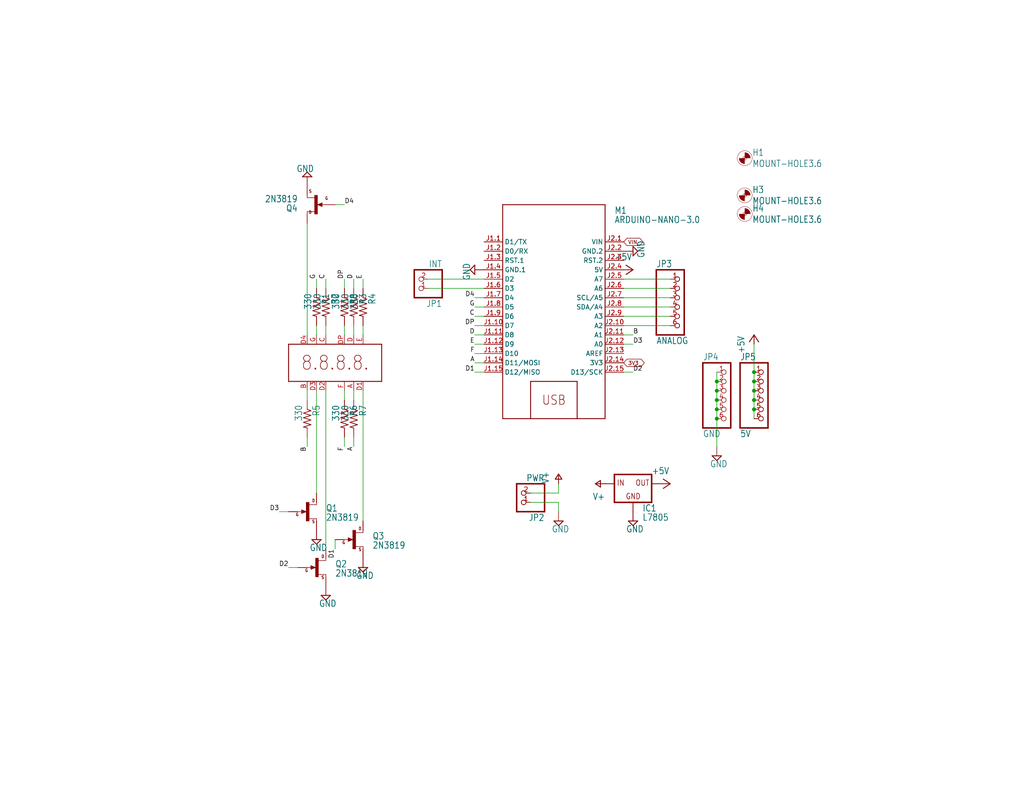
<source format=kicad_sch>
(kicad_sch (version 20230121) (generator eeschema)
  (paper "USLetter")
  (title_block (title "Tools 102 Scoreboard") (date "2020-02-11") (rev "1") (company "Blue & Gold"))
  (lib_symbols
    (symbol "timeboard-eagle-import:+5V" (power)
      (property "Value" "+5V" (at -2.54 -5.08 90))
      (symbol "+5V_1_0"
        (polyline (pts (xy 0 0) (xy -1.27 -1.905)) (stroke (width 0.254)))
        (polyline (pts (xy 1.27 -1.905) (xy 0 0)) (stroke (width 0.254)))
        (pin power_in line (at 0 -2.54 90) (length 2.54) (name "+5V") (number "1"))
      )
    )
    (symbol "timeboard-eagle-import:2N3819"
      (property "Reference" "Q" (at 5.08 0 0))
      (property "Value" "2N3819" (at 5.08 -2.54 0))
      (symbol "2N3819_1_0"
        (rectangle (start -0.254 -2.54) (end 0.508 2.54) (fill (type outline)))
        (polyline (pts (xy -2.54 0) (xy -0.762 0)) (stroke (width 0.1524)))
        (polyline (pts (xy -1.524 -0.508) (xy -0.254 0)) (stroke (width 0.1524)))
        (polyline (pts (xy -1.524 0.508) (xy -1.524 -0.508)) (stroke (width 0.1524)))
        (polyline (pts (xy -1.397 -0.254) (xy -0.762 0)) (stroke (width 0.3048)))
        (polyline (pts (xy -1.397 0.254) (xy -1.397 -0.254)) (stroke (width 0.3048)))
        (polyline (pts (xy -0.762 0) (xy -0.635 0)) (stroke (width 0.1524)))
        (polyline (pts (xy -0.635 0) (xy -1.397 0.254)) (stroke (width 0.3048)))
        (polyline (pts (xy -0.635 0) (xy -0.254 0)) (stroke (width 0.1524)))
        (polyline (pts (xy -0.254 0) (xy -1.524 0.508)) (stroke (width 0.1524)))
        (polyline (pts (xy 2.54 -2.54) (xy 2.54 -1.905)) (stroke (width 0.1524)))
        (polyline (pts (xy 2.54 -1.905) (xy 0.5334 -1.905)) (stroke (width 0.1524)))
        (polyline (pts (xy 2.54 1.905) (xy 0.508 1.905)) (stroke (width 0.1524)))
        (polyline (pts (xy 2.54 2.667) (xy 2.54 1.905)) (stroke (width 0.1524)))
        (text "D" (at 1.27 2.54 0) (effects (font (size 0.8128 0.6908)) (justify left bottom)))
        (text "G" (at -3.175 -1.27 0) (effects (font (size 0.8128 0.6908)) (justify left bottom)))
        (text "S" (at 1.27 -3.175 0) (effects (font (size 0.8128 0.6908)) (justify left bottom)))
        (pin passive line (at 2.54 5.08 270) (length 2.54) (name "D") (number "D"))
        (pin passive line (at -5.08 0 0) (length 2.54) (name "G") (number "G"))
        (pin passive line (at 2.54 -5.08 90) (length 2.54) (name "S") (number "S"))
      )
    )
    (symbol "timeboard-eagle-import:78XXS"
      (property "Reference" "IC" (at 2.54 -7.62 0))
      (property "Value" "78XXS" (at 2.54 -10.16 0))
      (symbol "78XXS_1_0"
        (polyline (pts (xy -5.08 -5.08) (xy 5.08 -5.08)) (stroke (width 0.4064)))
        (polyline (pts (xy -5.08 2.54) (xy -5.08 -5.08)) (stroke (width 0.4064)))
        (polyline (pts (xy 5.08 -5.08) (xy 5.08 2.54)) (stroke (width 0.4064)))
        (polyline (pts (xy 5.08 2.54) (xy -5.08 2.54)) (stroke (width 0.4064)))
        (text "GND" (at -2.032 -4.318 0) (effects (font (size 1.524 1.2954)) (justify left bottom)))
        (text "IN" (at -4.445 -0.635 0) (effects (font (size 1.524 1.2954)) (justify left bottom)))
        (text "OUT" (at 0.635 -0.635 0) (effects (font (size 1.524 1.2954)) (justify left bottom)))
        (pin input line (at 0 -7.62 90) (length 2.54) (name "GND") (number "GND"))
        (pin input line (at -7.62 0 0) (length 2.54) (name "IN") (number "IN"))
        (pin passive line (at 7.62 0 180) (length 2.54) (name "OUT") (number "OUT"))
      )
    )
    (symbol "timeboard-eagle-import:7SEG20MM"
      (symbol "7SEG20MM_1_0"
        (polyline (pts (xy -12.7 -5.08) (xy 12.7 -5.08)) (stroke (width 0.254)))
        (polyline (pts (xy -12.7 5.08) (xy -12.7 -5.08)) (stroke (width 0.254)))
        (polyline (pts (xy 12.7 -5.08) (xy 12.7 5.08)) (stroke (width 0.254)))
        (polyline (pts (xy 12.7 5.08) (xy -12.7 5.08)) (stroke (width 0.254)))
        (text "8.8.8.8." (at 0 0 0) (effects (font (size 3.81 3.2385))))
        (pin bidirectional line (at -5.08 7.62 270) (length 2.54) (name "A") (number "A"))
        (pin bidirectional line (at 7.62 7.62 270) (length 2.54) (name "B") (number "B"))
        (pin bidirectional line (at 2.54 -7.62 90) (length 2.54) (name "C") (number "C"))
        (pin bidirectional line (at -5.08 -7.62 90) (length 2.54) (name "D") (number "D"))
        (pin bidirectional line (at -7.62 7.62 270) (length 2.54) (name "D1") (number "D1"))
        (pin bidirectional line (at 2.54 7.62 270) (length 2.54) (name "D2") (number "D2"))
        (pin bidirectional line (at 5.08 7.62 270) (length 2.54) (name "D3") (number "D3"))
        (pin bidirectional line (at 7.62 -7.62 90) (length 2.54) (name "D4") (number "D4"))
        (pin bidirectional line (at -2.54 -7.62 90) (length 2.54) (name "DP") (number "DP"))
        (pin bidirectional line (at -7.62 -7.62 90) (length 2.54) (name "E") (number "E"))
        (pin bidirectional line (at -2.54 7.62 270) (length 2.54) (name "F") (number "F"))
        (pin bidirectional line (at 5.08 -7.62 90) (length 2.54) (name "G") (number "G"))
      )
    )
    (symbol "timeboard-eagle-import:ARDUINO-NANO-3.0"
      (property "Reference" "M" (at 15.24 25.4 0))
      (property "Value" "ARDUINO-NANO-3.0" (at 15.24 22.86 0))
      (symbol "ARDUINO-NANO-3.0_1_0"
        (polyline (pts (xy -15.24 -30.48) (xy -15.24 27.94)) (stroke (width 0.254)))
        (polyline (pts (xy -15.24 27.94) (xy 12.7 27.94)) (stroke (width 0.254)))
        (polyline (pts (xy -7.62 -30.48) (xy -15.24 -30.48)) (stroke (width 0.254)))
        (polyline (pts (xy -7.62 -30.48) (xy -7.62 -20.32)) (stroke (width 0.254)))
        (polyline (pts (xy -7.62 -20.32) (xy 5.08 -20.32)) (stroke (width 0.254)))
        (polyline (pts (xy 5.08 -30.48) (xy -7.62 -30.48)) (stroke (width 0.254)))
        (polyline (pts (xy 5.08 -20.32) (xy 5.08 -30.48)) (stroke (width 0.254)))
        (polyline (pts (xy 12.7 -30.48) (xy 5.08 -30.48)) (stroke (width 0.254)))
        (polyline (pts (xy 12.7 27.94) (xy 12.7 -30.48)) (stroke (width 0.254)))
        (text "USB" (at -1.27 -25.4 0) (effects (font (size 2.54 2.159))))
        (pin bidirectional line (at -20.32 17.78 0) (length 5.08) (name "D1/TX") (number "J1.1"))
        (pin bidirectional line (at -20.32 -5.08 0) (length 5.08) (name "D7") (number "J1.10"))
        (pin bidirectional line (at -20.32 -7.62 0) (length 5.08) (name "D8") (number "J1.11"))
        (pin bidirectional line (at -20.32 -10.16 0) (length 5.08) (name "D9") (number "J1.12"))
        (pin bidirectional line (at -20.32 -12.7 0) (length 5.08) (name "D10") (number "J1.13"))
        (pin bidirectional line (at -20.32 -15.24 0) (length 5.08) (name "D11/MOSI") (number "J1.14"))
        (pin bidirectional line (at -20.32 -17.78 0) (length 5.08) (name "D12/MISO") (number "J1.15"))
        (pin bidirectional line (at -20.32 15.24 0) (length 5.08) (name "D0/RX") (number "J1.2"))
        (pin bidirectional line (at -20.32 12.7 0) (length 5.08) (name "RST.1") (number "J1.3"))
        (pin power_in line (at -20.32 10.16 0) (length 5.08) (name "GND.1") (number "J1.4"))
        (pin bidirectional line (at -20.32 7.62 0) (length 5.08) (name "D2") (number "J1.5"))
        (pin bidirectional line (at -20.32 5.08 0) (length 5.08) (name "D3") (number "J1.6"))
        (pin bidirectional line (at -20.32 2.54 0) (length 5.08) (name "D4") (number "J1.7"))
        (pin bidirectional line (at -20.32 0 0) (length 5.08) (name "D5") (number "J1.8"))
        (pin bidirectional line (at -20.32 -2.54 0) (length 5.08) (name "D6") (number "J1.9"))
        (pin power_in line (at 17.78 17.78 180) (length 5.08) (name "VIN") (number "J2.1"))
        (pin bidirectional line (at 17.78 -5.08 180) (length 5.08) (name "A2") (number "J2.10"))
        (pin bidirectional line (at 17.78 -7.62 180) (length 5.08) (name "A1") (number "J2.11"))
        (pin bidirectional line (at 17.78 -10.16 180) (length 5.08) (name "A0") (number "J2.12"))
        (pin bidirectional line (at 17.78 -12.7 180) (length 5.08) (name "AREF") (number "J2.13"))
        (pin power_in line (at 17.78 -15.24 180) (length 5.08) (name "3V3") (number "J2.14"))
        (pin bidirectional line (at 17.78 -17.78 180) (length 5.08) (name "D13/SCK") (number "J2.15"))
        (pin power_in line (at 17.78 15.24 180) (length 5.08) (name "GND.2") (number "J2.2"))
        (pin bidirectional line (at 17.78 12.7 180) (length 5.08) (name "RST.2") (number "J2.3"))
        (pin power_in line (at 17.78 10.16 180) (length 5.08) (name "5V") (number "J2.4"))
        (pin bidirectional line (at 17.78 7.62 180) (length 5.08) (name "A7") (number "J2.5"))
        (pin bidirectional line (at 17.78 5.08 180) (length 5.08) (name "A6") (number "J2.6"))
        (pin bidirectional line (at 17.78 2.54 180) (length 5.08) (name "SCL/A5") (number "J2.7"))
        (pin bidirectional line (at 17.78 0 180) (length 5.08) (name "SDA/A4") (number "J2.8"))
        (pin bidirectional line (at 17.78 -2.54 180) (length 5.08) (name "A3") (number "J2.9"))
      )
    )
    (symbol "timeboard-eagle-import:GND" (power)
      (property "Value" "GND" (at -1.905 -3.175 0))
      (symbol "GND_1_0"
        (polyline (pts (xy -1.27 0) (xy 1.27 0)) (stroke (width 0.254)))
        (polyline (pts (xy 0 -1.27) (xy -1.27 0)) (stroke (width 0.254)))
        (polyline (pts (xy 1.27 0) (xy 0 -1.27)) (stroke (width 0.254)))
        (pin power_in line (at 0 2.54 270) (length 2.54) (name "GND") (number "1"))
      )
    )
    (symbol "timeboard-eagle-import:MOUNT-HOLE3.6"
      (property "Reference" "H" (at 2.032 0.5842 0))
      (property "Value" "MOUNT-HOLE3.6" (at 2.032 -2.4638 0))
      (symbol "MOUNT-HOLE3.6_1_0"
        (arc (start -1.524 0) (mid -1.0776 -1.0776) (end 0 -1.524) (stroke (width 0.0001)) (fill (type outline)))
        (polyline (pts (xy -0.508 0) (xy 0.508 0)) (stroke (width 0.0508)))
        (polyline (pts (xy 0 0.508) (xy 0 -0.508)) (stroke (width 0.0508)))
        (circle (center 0 0) (radius 0.508) (stroke (width 0.0508)))
        (circle (center 0 0) (radius 2.032) (stroke (width 0.0508)))
        (arc (start 1.524 0) (mid 1.0776 1.0776) (end 0 1.524) (stroke (width 0.0001)) (fill (type outline)))
      )
    )
    (symbol "timeboard-eagle-import:PINHD-1X2"
      (property "Reference" "JP" (at -6.35 5.715 0))
      (property "Value" "PINHD-1X2" (at -6.35 -5.08 0))
      (symbol "PINHD-1X2_1_0"
        (polyline (pts (xy -6.35 -2.54) (xy 1.27 -2.54)) (stroke (width 0.4064)))
        (polyline (pts (xy -6.35 5.08) (xy -6.35 -2.54)) (stroke (width 0.4064)))
        (polyline (pts (xy 1.27 -2.54) (xy 1.27 5.08)) (stroke (width 0.4064)))
        (polyline (pts (xy 1.27 5.08) (xy -6.35 5.08)) (stroke (width 0.4064)))
        (pin passive inverted (at -2.54 2.54 0) (length 2.54) (name "1") (number "1"))
        (pin passive inverted (at -2.54 0 0) (length 2.54) (name "2") (number "2"))
      )
    )
    (symbol "timeboard-eagle-import:PINHD-1X6"
      (property "Reference" "JP" (at -6.35 10.795 0))
      (property "Value" "PINHD-1X6" (at -6.35 -10.16 0))
      (symbol "PINHD-1X6_1_0"
        (polyline (pts (xy -6.35 -7.62) (xy 1.27 -7.62)) (stroke (width 0.4064)))
        (polyline (pts (xy -6.35 10.16) (xy -6.35 -7.62)) (stroke (width 0.4064)))
        (polyline (pts (xy 1.27 -7.62) (xy 1.27 10.16)) (stroke (width 0.4064)))
        (polyline (pts (xy 1.27 10.16) (xy -6.35 10.16)) (stroke (width 0.4064)))
        (pin passive inverted (at -2.54 7.62 0) (length 2.54) (name "1") (number "1"))
        (pin passive inverted (at -2.54 5.08 0) (length 2.54) (name "2") (number "2"))
        (pin passive inverted (at -2.54 2.54 0) (length 2.54) (name "3") (number "3"))
        (pin passive inverted (at -2.54 0 0) (length 2.54) (name "4") (number "4"))
        (pin passive inverted (at -2.54 -2.54 0) (length 2.54) (name "5") (number "5"))
        (pin passive inverted (at -2.54 -5.08 0) (length 2.54) (name "6") (number "6"))
      )
    )
    (symbol "timeboard-eagle-import:R-US_0204/5"
      (property "Reference" "R" (at -3.81 1.4986 0))
      (property "Value" "R-US_0204{slash}5" (at -3.81 -3.302 0))
      (symbol "R-US_0204/5_1_0"
        (polyline (pts (xy -2.54 0) (xy -2.159 1.016)) (stroke (width 0.2032)))
        (polyline (pts (xy -2.159 1.016) (xy -1.524 -1.016)) (stroke (width 0.2032)))
        (polyline (pts (xy -1.524 -1.016) (xy -0.889 1.016)) (stroke (width 0.2032)))
        (polyline (pts (xy -0.889 1.016) (xy -0.254 -1.016)) (stroke (width 0.2032)))
        (polyline (pts (xy -0.254 -1.016) (xy 0.381 1.016)) (stroke (width 0.2032)))
        (polyline (pts (xy 0.381 1.016) (xy 1.016 -1.016)) (stroke (width 0.2032)))
        (polyline (pts (xy 1.016 -1.016) (xy 1.651 1.016)) (stroke (width 0.2032)))
        (polyline (pts (xy 1.651 1.016) (xy 2.286 -1.016)) (stroke (width 0.2032)))
        (polyline (pts (xy 2.286 -1.016) (xy 2.54 0)) (stroke (width 0.2032)))
        (pin passive line (at -5.08 0 0) (length 2.54) (name "1") (number "1"))
        (pin passive line (at 5.08 0 180) (length 2.54) (name "2") (number "2"))
      )
    )
    (symbol "timeboard-eagle-import:V+" (power)
      (property "Value" "V+" (at -2.54 -2.54 90))
      (symbol "V+_1_0"
        (polyline (pts (xy -0.889 -1.27) (xy 0.889 -1.27)) (stroke (width 0.254)))
        (polyline (pts (xy 0 0.127) (xy -0.889 -1.27)) (stroke (width 0.254)))
        (polyline (pts (xy 0.889 -1.27) (xy 0 0.127)) (stroke (width 0.254)))
        (pin power_in line (at 0 -2.54 90) (length 2.54) (name "V+") (number "1"))
      )
    )
  )
  (junction (at 205.74 109.22))
  (junction (at 195.58 111.76))
  (junction (at 205.74 104.14))
  (junction (at 195.58 109.22))
  (junction (at 205.74 101.6))
  (junction (at 195.58 104.14))
  (junction (at 205.74 106.68))
  (junction (at 195.58 114.3))
  (junction (at 195.58 106.68))
  (junction (at 205.74 111.76))
  (wire (pts (xy 132.08 96.52) (xy 129.54 96.52)))
  (wire (pts (xy 195.58 114.3) (xy 195.58 121.92)))
  (wire (pts (xy 205.74 114.3) (xy 205.74 111.76)))
  (wire (pts (xy 93.98 119.38) (xy 93.98 121.92)))
  (wire (pts (xy 96.52 106.68) (xy 96.52 109.22)))
  (wire (pts (xy 205.74 101.6) (xy 205.74 93.98)))
  (wire (pts (xy 182.88 88.9) (xy 170.18 88.9)))
  (wire (pts (xy 91.44 55.88) (xy 93.98 55.88)))
  (wire (pts (xy 182.88 78.74) (xy 170.18 78.74)))
  (wire (pts (xy 93.98 91.44) (xy 93.98 88.9)))
  (wire (pts (xy 132.08 91.44) (xy 129.54 91.44)))
  (wire (pts (xy 205.74 109.22) (xy 205.74 111.76)))
  (wire (pts (xy 132.08 88.9) (xy 129.54 88.9)))
  (wire (pts (xy 195.58 104.14) (xy 195.58 101.6)))
  (wire (pts (xy 170.18 91.44) (xy 172.72 91.44)))
  (wire (pts (xy 170.18 76.2) (xy 182.88 76.2)))
  (wire (pts (xy 88.9 78.74) (xy 88.9 76.2)))
  (wire (pts (xy 132.08 93.98) (xy 129.54 93.98)))
  (wire (pts (xy 132.08 99.06) (xy 129.54 99.06)))
  (wire (pts (xy 99.06 142.24) (xy 99.06 106.68)))
  (wire (pts (xy 83.82 60.96) (xy 83.82 91.44)))
  (wire (pts (xy 93.98 109.22) (xy 93.98 106.68)))
  (wire (pts (xy 99.06 91.44) (xy 99.06 88.9)))
  (wire (pts (xy 170.18 81.28) (xy 182.88 81.28)))
  (wire (pts (xy 99.06 78.74) (xy 99.06 76.2)))
  (wire (pts (xy 205.74 104.14) (xy 205.74 101.6)))
  (wire (pts (xy 96.52 119.38) (xy 96.52 121.92)))
  (wire (pts (xy 205.74 106.68) (xy 205.74 104.14)))
  (wire (pts (xy 195.58 106.68) (xy 195.58 104.14)))
  (wire (pts (xy 152.4 134.62) (xy 152.4 132.08)))
  (wire (pts (xy 81.28 154.94) (xy 78.74 154.94)))
  (wire (pts (xy 170.18 93.98) (xy 172.72 93.98)))
  (wire (pts (xy 116.84 78.74) (xy 132.08 78.74)))
  (wire (pts (xy 182.88 83.82) (xy 170.18 83.82)))
  (wire (pts (xy 132.08 101.6) (xy 129.54 101.6)))
  (wire (pts (xy 132.08 76.2) (xy 116.84 76.2)))
  (wire (pts (xy 144.78 134.62) (xy 152.4 134.62)))
  (wire (pts (xy 195.58 109.22) (xy 195.58 111.76)))
  (wire (pts (xy 170.18 101.6) (xy 172.72 101.6)))
  (wire (pts (xy 132.08 83.82) (xy 129.54 83.82)))
  (wire (pts (xy 91.44 147.32) (xy 91.44 149.86)))
  (wire (pts (xy 86.36 78.74) (xy 86.36 76.2)))
  (wire (pts (xy 195.58 109.22) (xy 195.58 106.68)))
  (wire (pts (xy 96.52 91.44) (xy 96.52 88.9)))
  (wire (pts (xy 83.82 119.38) (xy 83.82 121.92)))
  (wire (pts (xy 96.52 78.74) (xy 96.52 76.2)))
  (wire (pts (xy 86.36 91.44) (xy 86.36 88.9)))
  (wire (pts (xy 88.9 106.68) (xy 88.9 149.86)))
  (wire (pts (xy 93.98 78.74) (xy 93.98 76.2)))
  (wire (pts (xy 86.36 134.62) (xy 86.36 106.68)))
  (wire (pts (xy 195.58 114.3) (xy 195.58 111.76)))
  (wire (pts (xy 88.9 88.9) (xy 88.9 91.44)))
  (wire (pts (xy 132.08 81.28) (xy 129.54 81.28)))
  (wire (pts (xy 170.18 86.36) (xy 182.88 86.36)))
  (wire (pts (xy 205.74 109.22) (xy 205.74 106.68)))
  (wire (pts (xy 152.4 137.16) (xy 152.4 139.7)))
  (wire (pts (xy 144.78 137.16) (xy 152.4 137.16)))
  (wire (pts (xy 132.08 86.36) (xy 129.54 86.36)))
  (wire (pts (xy 78.74 139.7) (xy 76.2 139.7)))
  (wire (pts (xy 83.82 109.22) (xy 83.82 106.68)))
  (label "G" (at 129.54 83.82 180) (effects (font (size 1.2446 1.2446))))
  (label "D2" (at 172.72 101.6 0) (effects (font (size 1.2446 1.2446))))
  (label "B" (at 172.72 91.44 0) (effects (font (size 1.2446 1.2446))))
  (label "A" (at 129.54 99.06 180) (effects (font (size 1.2446 1.2446))))
  (label "D" (at 129.54 91.44 180) (effects (font (size 1.2446 1.2446))))
  (label "D3" (at 172.72 93.98 0) (effects (font (size 1.2446 1.2446))))
  (label "D" (at 96.52 76.2 90) (effects (font (size 1.2446 1.2446))))
  (label "D1" (at 91.44 149.86 270) (effects (font (size 1.2446 1.2446))))
  (label "DP" (at 93.98 76.2 90) (effects (font (size 1.2446 1.2446))))
  (label "D4" (at 93.98 55.88 0) (effects (font (size 1.2446 1.2446))))
  (label "F" (at 93.98 121.92 270) (effects (font (size 1.2446 1.2446))))
  (label "D1" (at 129.54 101.6 180) (effects (font (size 1.2446 1.2446))))
  (label "A" (at 96.52 121.92 270) (effects (font (size 1.2446 1.2446))))
  (label "C" (at 88.9 76.2 90) (effects (font (size 1.2446 1.2446))))
  (label "B" (at 83.82 121.92 270) (effects (font (size 1.2446 1.2446))))
  (label "G" (at 86.36 76.2 90) (effects (font (size 1.2446 1.2446))))
  (label "C" (at 129.54 86.36 180) (effects (font (size 1.2446 1.2446))))
  (label "D4" (at 129.54 81.28 180) (effects (font (size 1.2446 1.2446))))
  (label "E" (at 129.54 93.98 180) (effects (font (size 1.2446 1.2446))))
  (label "F" (at 129.54 96.52 180) (effects (font (size 1.2446 1.2446))))
  (label "D3" (at 76.2 139.7 180) (effects (font (size 1.2446 1.2446))))
  (label "E" (at 99.06 76.2 90) (effects (font (size 1.2446 1.2446))))
  (label "D2" (at 78.74 154.94 180) (effects (font (size 1.2446 1.2446))))
  (label "DP" (at 129.54 88.9 180) (effects (font (size 1.2446 1.2446))))
  (global_label "VIN" (shape bidirectional) (at 170.18 66.04 0) (effects (font (size 1.016 1.016))) (property "Intersheetrefs" "${INTERSHEET_REFS}" (effects hide)))
  (global_label "3V3" (shape bidirectional) (at 170.18 99.06 0) (effects (font (size 1.016 1.016))) (property "Intersheetrefs" "${INTERSHEET_REFS}" (effects hide)))
  (symbol (lib_id "timeboard-eagle-import:R-US_0204/5") (at 83.82 114.3 270) (unit 1)
    (property "Reference" "R5" (at 85.3186 110.49 0) (effects (font (size 1.778 1.5113)) (justify left bottom)))
    (property "Value" "330" (at 80.518 110.49 0) (effects (font (size 1.778 1.5113)) (justify left bottom)))
    (property "Footprint" "timeboard:0204_5" (effects hide))
  )
  (symbol (lib_id "timeboard-eagle-import:R-US_0204/5") (at 96.52 114.3 270) (unit 1)
    (property "Reference" "R7" (at 98.0186 110.49 0) (effects (font (size 1.778 1.5113)) (justify left bottom)))
    (property "Value" "330" (at 93.218 110.49 0) (effects (font (size 1.778 1.5113)) (justify left bottom)))
    (property "Footprint" "timeboard:0204_5" (effects hide))
  )
  (symbol (lib_id "timeboard-eagle-import:7SEG20MM") (at 91.44 99.06 180) (unit 1)
    (property "Reference" "LED1" (effects hide))
    (property "Value" "7SEG20MM" (effects hide))
    (property "Footprint" "timeboard:7SEG20MM" (effects hide))
  )
  (symbol (lib_id "timeboard-eagle-import:78XXS") (at 172.72 132.08 0) (unit 1)
    (property "Reference" "IC1" (at 175.26 139.7 0) (effects (font (size 1.778 1.5113)) (justify left bottom)))
    (property "Value" "L7805" (at 175.26 142.24 0) (effects (font (size 1.778 1.5113)) (justify left bottom)))
    (property "Footprint" "timeboard:78XXS" (effects hide))
  )
  (symbol (lib_id "timeboard-eagle-import:MOUNT-HOLE3.6") (at 203.2 58.42 0) (unit 1)
    (property "Reference" "H4" (at 205.232 57.8358 0) (effects (font (size 1.778 1.5113)) (justify left bottom)))
    (property "Value" "MOUNT-HOLE3.6" (at 205.232 60.8838 0) (effects (font (size 1.778 1.5113)) (justify left bottom)))
    (property "Footprint" "timeboard:3,6" (effects hide))
  )
  (symbol (lib_id "timeboard-eagle-import:GND") (at 195.58 124.46 0) (unit 1)
    (property "Reference" "#SUPPLY9" (effects hide))
    (property "Value" "GND" (at 193.675 127.635 0) (effects (font (size 1.778 1.5113)) (justify left bottom)))
    (property "Footprint" "timeboard:" (effects hide))
  )
  (symbol (lib_id "timeboard-eagle-import:V+") (at 162.56 132.08 90) (unit 1)
    (property "Reference" "#P+3" (effects hide))
    (property "Value" "V+" (at 165.1 134.62 90) (effects (font (size 1.778 1.5113)) (justify left bottom)))
    (property "Footprint" "timeboard:" (effects hide))
  )
  (symbol (lib_id "timeboard-eagle-import:R-US_0204/5") (at 96.52 83.82 270) (unit 1)
    (property "Reference" "R3" (at 98.0186 80.01 0) (effects (font (size 1.778 1.5113)) (justify left bottom)))
    (property "Value" "330" (at 93.218 80.01 0) (effects (font (size 1.778 1.5113)) (justify left bottom)))
    (property "Footprint" "timeboard:0204_5" (effects hide))
  )
  (symbol (lib_id "timeboard-eagle-import:+5V") (at 182.88 132.08 270) (unit 1)
    (property "Reference" "#P+2" (effects hide))
    (property "Value" "+5V" (at 177.8 129.54 90) (effects (font (size 1.778 1.5113)) (justify left bottom)))
    (property "Footprint" "timeboard:" (effects hide))
  )
  (symbol (lib_id "timeboard-eagle-import:R-US_0204/5") (at 93.98 114.3 270) (unit 1)
    (property "Reference" "R6" (at 95.4786 110.49 0) (effects (font (size 1.778 1.5113)) (justify left bottom)))
    (property "Value" "330" (at 90.678 110.49 0) (effects (font (size 1.778 1.5113)) (justify left bottom)))
    (property "Footprint" "timeboard:0204_5" (effects hide))
  )
  (symbol (lib_id "timeboard-eagle-import:V+") (at 152.4 129.54 0) (unit 1)
    (property "Reference" "#P+4" (effects hide))
    (property "Value" "V+" (at 149.86 132.08 90) (effects (font (size 1.778 1.5113)) (justify left bottom)))
    (property "Footprint" "timeboard:" (effects hide))
  )
  (symbol (lib_id "timeboard-eagle-import:MOUNT-HOLE3.6") (at 203.2 43.18 0) (unit 1)
    (property "Reference" "H1" (at 205.232 42.5958 0) (effects (font (size 1.778 1.5113)) (justify left bottom)))
    (property "Value" "MOUNT-HOLE3.6" (at 205.232 45.6438 0) (effects (font (size 1.778 1.5113)) (justify left bottom)))
    (property "Footprint" "timeboard:3,6" (effects hide))
  )
  (symbol (lib_id "timeboard-eagle-import:R-US_0204/5") (at 93.98 83.82 270) (unit 1)
    (property "Reference" "R8" (at 95.4786 80.01 0) (effects (font (size 1.778 1.5113)) (justify left bottom)))
    (property "Value" "330" (at 90.678 80.01 0) (effects (font (size 1.778 1.5113)) (justify left bottom)))
    (property "Footprint" "timeboard:0204_5" (effects hide))
  )
  (symbol (lib_id "timeboard-eagle-import:PINHD-1X2") (at 142.24 134.62 180) (unit 1)
    (property "Reference" "JP2" (at 148.59 140.335 0) (effects (font (size 1.778 1.5113)) (justify left bottom)))
    (property "Value" "PWR" (at 148.59 129.54 0) (effects (font (size 1.778 1.5113)) (justify left bottom)))
    (property "Footprint" "timeboard:1X02" (effects hide))
  )
  (symbol (lib_id "timeboard-eagle-import:ARDUINO-NANO-3.0") (at 152.4 83.82 0) (unit 1)
    (property "Reference" "M1" (at 167.64 58.42 0) (effects (font (size 1.778 1.5113)) (justify left bottom)))
    (property "Value" "ARDUINO-NANO-3.0" (at 167.64 60.96 0) (effects (font (size 1.778 1.5113)) (justify left bottom)))
    (property "Footprint" "timeboard:ARDUINO-NANO-3.0" (effects hide))
  )
  (symbol (lib_id "timeboard-eagle-import:R-US_0204/5") (at 86.36 83.82 270) (unit 1)
    (property "Reference" "R1" (at 87.8586 80.01 0) (effects (font (size 1.778 1.5113)) (justify left bottom)))
    (property "Value" "330" (at 83.058 80.01 0) (effects (font (size 1.778 1.5113)) (justify left bottom)))
    (property "Footprint" "timeboard:0204_5" (effects hide))
  )
  (symbol (lib_id "timeboard-eagle-import:GND") (at 83.82 48.26 180) (unit 1)
    (property "Reference" "#SUPPLY4" (effects hide))
    (property "Value" "GND" (at 85.725 45.085 0) (effects (font (size 1.778 1.5113)) (justify left bottom)))
    (property "Footprint" "timeboard:" (effects hide))
  )
  (symbol (lib_id "timeboard-eagle-import:GND") (at 86.36 147.32 0) (unit 1)
    (property "Reference" "#SUPPLY2" (effects hide))
    (property "Value" "GND" (at 84.455 150.495 0) (effects (font (size 1.778 1.5113)) (justify left bottom)))
    (property "Footprint" "timeboard:" (effects hide))
  )
  (symbol (lib_id "timeboard-eagle-import:R-US_0204/5") (at 88.9 83.82 270) (unit 1)
    (property "Reference" "R2" (at 90.3986 80.01 0) (effects (font (size 1.778 1.5113)) (justify left bottom)))
    (property "Value" "330" (at 85.598 80.01 0) (effects (font (size 1.778 1.5113)) (justify left bottom)))
    (property "Footprint" "timeboard:0204_5" (effects hide))
  )
  (symbol (lib_id "timeboard-eagle-import:GND") (at 99.06 154.94 0) (unit 1)
    (property "Reference" "#SUPPLY3" (effects hide))
    (property "Value" "GND" (at 97.155 158.115 0) (effects (font (size 1.778 1.5113)) (justify left bottom)))
    (property "Footprint" "timeboard:" (effects hide))
  )
  (symbol (lib_id "timeboard-eagle-import:R-US_0204/5") (at 99.06 83.82 270) (unit 1)
    (property "Reference" "R4" (at 100.5586 80.01 0) (effects (font (size 1.778 1.5113)) (justify left bottom)))
    (property "Value" "330" (at 95.758 80.01 0) (effects (font (size 1.778 1.5113)) (justify left bottom)))
    (property "Footprint" "timeboard:0204_5" (effects hide))
  )
  (symbol (lib_id "timeboard-eagle-import:GND") (at 129.54 73.66 270) (unit 1)
    (property "Reference" "#SUPPLY5" (effects hide))
    (property "Value" "GND" (at 126.365 71.755 0) (effects (font (size 1.778 1.5113)) (justify left bottom)))
    (property "Footprint" "timeboard:" (effects hide))
  )
  (symbol (lib_id "timeboard-eagle-import:PINHD-1X6") (at 185.42 83.82 0) (unit 1)
    (property "Reference" "JP3" (at 179.07 73.025 0) (effects (font (size 1.778 1.5113)) (justify left bottom)))
    (property "Value" "ANALOG" (at 179.07 93.98 0) (effects (font (size 1.778 1.5113)) (justify left bottom)))
    (property "Footprint" "timeboard:1X06" (effects hide))
  )
  (symbol (lib_id "timeboard-eagle-import:GND") (at 152.4 142.24 0) (unit 1)
    (property "Reference" "#SUPPLY8" (effects hide))
    (property "Value" "GND" (at 150.495 145.415 0) (effects (font (size 1.778 1.5113)) (justify left bottom)))
    (property "Footprint" "timeboard:" (effects hide))
  )
  (symbol (lib_id "timeboard-eagle-import:GND") (at 88.9 162.56 0) (unit 1)
    (property "Reference" "#SUPPLY1" (effects hide))
    (property "Value" "GND" (at 86.995 165.735 0) (effects (font (size 1.778 1.5113)) (justify left bottom)))
    (property "Footprint" "timeboard:" (effects hide))
  )
  (symbol (lib_id "timeboard-eagle-import:+5V") (at 205.74 91.44 0) (unit 1)
    (property "Reference" "#P+5" (effects hide))
    (property "Value" "+5V" (at 203.2 96.52 90) (effects (font (size 1.778 1.5113)) (justify left bottom)))
    (property "Footprint" "timeboard:" (effects hide))
  )
  (symbol (lib_id "timeboard-eagle-import:2N3819") (at 86.36 55.88 180) (unit 1)
    (property "Reference" "Q4" (at 81.28 55.88 0) (effects (font (size 1.778 1.5113)) (justify left bottom)))
    (property "Value" "2N3819" (at 81.28 53.34 0) (effects (font (size 1.778 1.5113)) (justify left bottom)))
    (property "Footprint" "timeboard:TO92F" (effects hide))
  )
  (symbol (lib_id "timeboard-eagle-import:2N3819") (at 83.82 139.7 0) (unit 1)
    (property "Reference" "Q1" (at 88.9 139.7 0) (effects (font (size 1.778 1.5113)) (justify left bottom)))
    (property "Value" "2N3819" (at 88.9 142.24 0) (effects (font (size 1.778 1.5113)) (justify left bottom)))
    (property "Footprint" "timeboard:TO92F" (effects hide))
  )
  (symbol (lib_id "timeboard-eagle-import:GND") (at 172.72 142.24 0) (unit 1)
    (property "Reference" "#SUPPLY7" (effects hide))
    (property "Value" "GND" (at 170.815 145.415 0) (effects (font (size 1.778 1.5113)) (justify left bottom)))
    (property "Footprint" "timeboard:" (effects hide))
  )
  (symbol (lib_id "timeboard-eagle-import:+5V") (at 172.72 73.66 270) (unit 1)
    (property "Reference" "#P+1" (effects hide))
    (property "Value" "+5V" (at 167.64 71.12 90) (effects (font (size 1.778 1.5113)) (justify left bottom)))
    (property "Footprint" "timeboard:" (effects hide))
  )
  (symbol (lib_id "timeboard-eagle-import:PINHD-1X6") (at 198.12 109.22 0) (unit 1)
    (property "Reference" "JP4" (at 191.77 98.425 0) (effects (font (size 1.778 1.5113)) (justify left bottom)))
    (property "Value" "GND" (at 191.77 119.38 0) (effects (font (size 1.778 1.5113)) (justify left bottom)))
    (property "Footprint" "timeboard:1X06" (effects hide))
  )
  (symbol (lib_id "timeboard-eagle-import:2N3819") (at 86.36 154.94 0) (unit 1)
    (property "Reference" "Q2" (at 91.44 154.94 0) (effects (font (size 1.778 1.5113)) (justify left bottom)))
    (property "Value" "2N3819" (at 91.44 157.48 0) (effects (font (size 1.778 1.5113)) (justify left bottom)))
    (property "Footprint" "timeboard:TO92F" (effects hide))
  )
  (symbol (lib_id "timeboard-eagle-import:MOUNT-HOLE3.6") (at 203.2 53.34 0) (unit 1)
    (property "Reference" "H3" (at 205.232 52.7558 0) (effects (font (size 1.778 1.5113)) (justify left bottom)))
    (property "Value" "MOUNT-HOLE3.6" (at 205.232 55.8038 0) (effects (font (size 1.778 1.5113)) (justify left bottom)))
    (property "Footprint" "timeboard:3,6" (effects hide))
  )
  (symbol (lib_id "timeboard-eagle-import:PINHD-1X6") (at 208.28 109.22 0) (unit 1)
    (property "Reference" "JP5" (at 201.93 98.425 0) (effects (font (size 1.778 1.5113)) (justify left bottom)))
    (property "Value" "5V" (at 201.93 119.38 0) (effects (font (size 1.778 1.5113)) (justify left bottom)))
    (property "Footprint" "timeboard:1X06" (effects hide))
  )
  (symbol (lib_id "timeboard-eagle-import:2N3819") (at 96.52 147.32 0) (unit 1)
    (property "Reference" "Q3" (at 101.6 147.32 0) (effects (font (size 1.778 1.5113)) (justify left bottom)))
    (property "Value" "2N3819" (at 101.6 149.86 0) (effects (font (size 1.778 1.5113)) (justify left bottom)))
    (property "Footprint" "timeboard:TO92F" (effects hide))
  )
  (symbol (lib_id "timeboard-eagle-import:GND") (at 172.72 68.58 90) (unit 1)
    (property "Reference" "#SUPPLY6" (effects hide))
    (property "Value" "GND" (at 175.895 70.485 0) (effects (font (size 1.778 1.5113)) (justify left bottom)))
    (property "Footprint" "timeboard:" (effects hide))
  )
  (symbol (lib_id "timeboard-eagle-import:PINHD-1X2") (at 114.3 76.2 180) (unit 1)
    (property "Reference" "JP1" (at 120.65 81.915 0) (effects (font (size 1.778 1.5113)) (justify left bottom)))
    (property "Value" "INT" (at 120.65 71.12 0) (effects (font (size 1.778 1.5113)) (justify left bottom)))
    (property "Footprint" "timeboard:1X02" (effects hide))
  )
)
</source>
